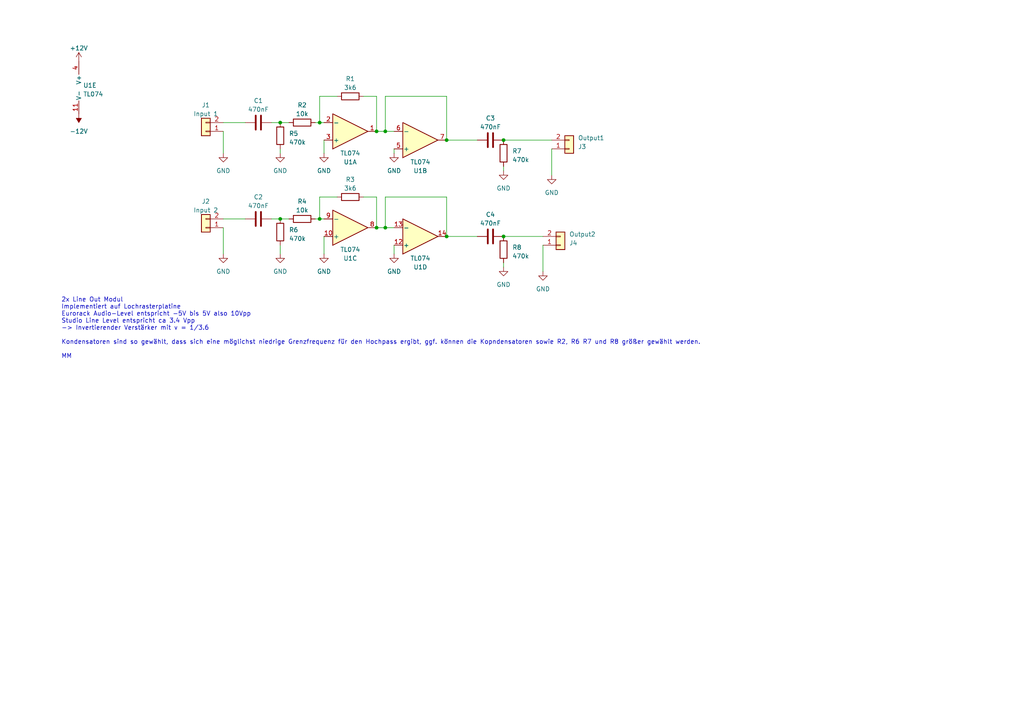
<source format=kicad_sch>
(kicad_sch (version 20230121) (generator eeschema)
  (paper "A4")
  (lib_symbols
    (symbol "Amplifier_Operational:TL074" (pin_names (offset 0.127))
      (property "Reference" "U" (at 0 5.08 0))
      (property "Value" "TL074" (at 0 -5.08 0))
      (symbol "TL074_1_1"
        (polyline (pts (xy -5.08 5.08) (xy 5.08 0) (xy -5.08 -5.08) (xy -5.08 5.08)) (stroke (width 0.254)) (fill (type background)))
        (pin output line (at 7.62 0 180) (length 2.54) (name "~") (number "1"))
        (pin input line (at -7.62 -2.54 0) (length 2.54) (name "-") (number "2"))
        (pin input line (at -7.62 2.54 0) (length 2.54) (name "+") (number "3"))
      )
      (symbol "TL074_2_1"
        (polyline (pts (xy -5.08 5.08) (xy 5.08 0) (xy -5.08 -5.08) (xy -5.08 5.08)) (stroke (width 0.254)) (fill (type background)))
        (pin input line (at -7.62 2.54 0) (length 2.54) (name "+") (number "5"))
        (pin input line (at -7.62 -2.54 0) (length 2.54) (name "-") (number "6"))
        (pin output line (at 7.62 0 180) (length 2.54) (name "~") (number "7"))
      )
      (symbol "TL074_3_1"
        (polyline (pts (xy -5.08 5.08) (xy 5.08 0) (xy -5.08 -5.08) (xy -5.08 5.08)) (stroke (width 0.254)) (fill (type background)))
        (pin input line (at -7.62 2.54 0) (length 2.54) (name "+") (number "10"))
        (pin output line (at 7.62 0 180) (length 2.54) (name "~") (number "8"))
        (pin input line (at -7.62 -2.54 0) (length 2.54) (name "-") (number "9"))
      )
      (symbol "TL074_4_1"
        (polyline (pts (xy -5.08 5.08) (xy 5.08 0) (xy -5.08 -5.08) (xy -5.08 5.08)) (stroke (width 0.254)) (fill (type background)))
        (pin input line (at -7.62 2.54 0) (length 2.54) (name "+") (number "12"))
        (pin input line (at -7.62 -2.54 0) (length 2.54) (name "-") (number "13"))
        (pin output line (at 7.62 0 180) (length 2.54) (name "~") (number "14"))
      )
      (symbol "TL074_5_1"
        (pin power_in line (at -2.54 -7.62 90) (length 3.81) (name "V-") (number "11"))
        (pin power_in line (at -2.54 7.62 270) (length 3.81) (name "V+") (number "4"))
      )
    )
    (symbol "Connector_Generic:Conn_01x02" (pin_names (offset 1.016) hide)
      (property "Reference" "J" (at 0 2.54 0))
      (property "Value" "Conn_01x02" (at 0 -5.08 0))
      (symbol "Conn_01x02_1_1"
        (rectangle (start -1.27 -2.413) (end 0 -2.667) (stroke (width 0.1524)))
        (rectangle (start -1.27 0.127) (end 0 -0.127) (stroke (width 0.1524)))
        (rectangle (start -1.27 1.27) (end 1.27 -3.81) (stroke (width 0.254)) (fill (type background)))
        (pin passive line (at -5.08 0 0) (length 3.81) (name "Pin_1") (number "1"))
        (pin passive line (at -5.08 -2.54 0) (length 3.81) (name "Pin_2") (number "2"))
      )
    )
    (symbol "Device:C" (pin_numbers hide) (pin_names (offset 0.254))
      (property "Reference" "C" (at 0.635 2.54 0))
      (property "Value" "C" (at 0.635 -2.54 0))
      (symbol "C_0_1"
        (polyline (pts (xy -2.032 -0.762) (xy 2.032 -0.762)) (stroke (width 0.508)))
        (polyline (pts (xy -2.032 0.762) (xy 2.032 0.762)) (stroke (width 0.508)))
      )
      (symbol "C_1_1"
        (pin passive line (at 0 3.81 270) (length 2.794) (name "~") (number "1"))
        (pin passive line (at 0 -3.81 90) (length 2.794) (name "~") (number "2"))
      )
    )
    (symbol "Device:R" (pin_numbers hide) (pin_names (offset 0))
      (property "Reference" "R" (at 2.032 0 90))
      (property "Value" "R" (at 0 0 90))
      (symbol "R_0_1"
        (rectangle (start -1.016 -2.54) (end 1.016 2.54) (stroke (width 0.254)))
      )
      (symbol "R_1_1"
        (pin passive line (at 0 3.81 270) (length 1.27) (name "~") (number "1"))
        (pin passive line (at 0 -3.81 90) (length 1.27) (name "~") (number "2"))
      )
    )
    (symbol "power:+12V" (power) (pin_names (offset 0))
      (property "Value" "+12V" (at 0 3.556 0))
      (symbol "+12V_0_1"
        (polyline (pts (xy -0.762 1.27) (xy 0 2.54)))
        (polyline (pts (xy 0 0) (xy 0 2.54)))
        (polyline (pts (xy 0 2.54) (xy 0.762 1.27)))
      )
      (symbol "+12V_1_1"
        (pin power_in line (at 0 0 90) (length 0) hide (name "+12V") (number "1"))
      )
    )
    (symbol "power:-12V" (power) (pin_names (offset 0))
      (property "Value" "-12V" (at 0 3.81 0))
      (symbol "-12V_0_0"
        (pin power_in line (at 0 0 90) (length 0) hide (name "-12V") (number "1"))
      )
      (symbol "-12V_0_1"
        (polyline (pts (xy 0 0) (xy 0 1.27) (xy 0.762 1.27) (xy 0 2.54) (xy -0.762 1.27) (xy 0 1.27)) (fill (type outline)))
      )
    )
    (symbol "power:GND" (power) (pin_names (offset 0))
      (property "Value" "GND" (at 0 -3.81 0))
      (symbol "GND_0_1"
        (polyline (pts (xy 0 0) (xy 0 -1.27) (xy 1.27 -1.27) (xy 0 -2.54) (xy -1.27 -1.27) (xy 0 -1.27)))
      )
      (symbol "GND_1_1"
        (pin power_in line (at 0 0 270) (length 0) hide (name "GND") (number "1"))
      )
    )
  )
  (junction (at 81.28 63.5))
  (junction (at 146.05 40.64))
  (junction (at 129.54 40.64))
  (junction (at 111.76 66.04))
  (junction (at 109.22 38.1))
  (junction (at 109.22 66.04))
  (junction (at 92.71 63.5))
  (junction (at 111.76 38.1))
  (junction (at 129.54 68.58))
  (junction (at 81.28 35.56))
  (junction (at 92.71 35.56))
  (junction (at 146.05 68.58))
  (wire (pts (xy 92.71 63.5) (xy 93.98 63.5)))
  (wire (pts (xy 146.05 76.2) (xy 146.05 77.47)))
  (wire (pts (xy 93.98 68.58) (xy 93.98 73.66)))
  (wire (pts (xy 109.22 57.15) (xy 109.22 66.04)))
  (wire (pts (xy 64.77 66.04) (xy 64.77 73.66)))
  (wire (pts (xy 111.76 66.04) (xy 111.76 57.15)))
  (wire (pts (xy 129.54 40.64) (xy 138.43 40.64)))
  (wire (pts (xy 111.76 38.1) (xy 114.3 38.1)))
  (wire (pts (xy 109.22 66.04) (xy 111.76 66.04)))
  (wire (pts (xy 146.05 40.64) (xy 160.02 40.64)))
  (wire (pts (xy 111.76 38.1) (xy 111.76 27.94)))
  (wire (pts (xy 114.3 71.12) (xy 114.3 73.66)))
  (wire (pts (xy 91.44 35.56) (xy 92.71 35.56)))
  (wire (pts (xy 81.28 43.18) (xy 81.28 44.45)))
  (wire (pts (xy 92.71 57.15) (xy 92.71 63.5)))
  (wire (pts (xy 64.77 63.5) (xy 71.12 63.5)))
  (wire (pts (xy 92.71 63.5) (xy 91.44 63.5)))
  (wire (pts (xy 146.05 68.58) (xy 157.48 68.58)))
  (wire (pts (xy 78.74 63.5) (xy 81.28 63.5)))
  (wire (pts (xy 78.74 35.56) (xy 81.28 35.56)))
  (wire (pts (xy 92.71 35.56) (xy 93.98 35.56)))
  (wire (pts (xy 129.54 57.15) (xy 129.54 68.58)))
  (wire (pts (xy 111.76 57.15) (xy 129.54 57.15)))
  (wire (pts (xy 109.22 38.1) (xy 111.76 38.1)))
  (wire (pts (xy 64.77 38.1) (xy 64.77 44.45)))
  (wire (pts (xy 92.71 27.94) (xy 92.71 35.56)))
  (wire (pts (xy 105.41 57.15) (xy 109.22 57.15)))
  (wire (pts (xy 81.28 35.56) (xy 83.82 35.56)))
  (wire (pts (xy 97.79 57.15) (xy 92.71 57.15)))
  (wire (pts (xy 81.28 63.5) (xy 83.82 63.5)))
  (wire (pts (xy 93.98 40.64) (xy 93.98 44.45)))
  (wire (pts (xy 111.76 27.94) (xy 129.54 27.94)))
  (wire (pts (xy 97.79 27.94) (xy 92.71 27.94)))
  (wire (pts (xy 160.02 43.18) (xy 160.02 50.8)))
  (wire (pts (xy 81.28 71.12) (xy 81.28 73.66)))
  (wire (pts (xy 157.48 71.12) (xy 157.48 78.74)))
  (wire (pts (xy 109.22 27.94) (xy 109.22 38.1)))
  (wire (pts (xy 146.05 48.26) (xy 146.05 49.53)))
  (wire (pts (xy 105.41 27.94) (xy 109.22 27.94)))
  (wire (pts (xy 129.54 68.58) (xy 138.43 68.58)))
  (wire (pts (xy 129.54 27.94) (xy 129.54 40.64)))
  (wire (pts (xy 114.3 43.18) (xy 114.3 44.45)))
  (wire (pts (xy 111.76 66.04) (xy 114.3 66.04)))
  (wire (pts (xy 64.77 35.56) (xy 71.12 35.56)))
  (text "2x Line Out Modul\nImplementiert auf Lochrasterplatine\nEurorack Audio-Level entspricht -5V bis 5V also 10Vpp\nStudio Line Level entspricht ca 3.4 Vpp\n-> Invertierender Verstärker mit v = 1/3.6\n\nKondensatoren sind so gewählt, dass sich eine möglichst niedrige Grenzfrequenz für den Hochpass ergibt, ggf. können die Kopndensatoren sowie R2, R6 R7 und R8 größer gewählt werden.\n\nMM " (at 17.78 104.14 0) (effects (font (size 1.27 1.27)) (justify left bottom)))
  (symbol (lib_id "Amplifier_Operational:TL074") (at 121.92 40.64 0) (mirror x) (unit 2)
    (property "Reference" "U1" (at 121.92 49.53 0))
    (property "Value" "TL074" (at 121.92 46.99 0))
    (property "Datasheet" "http://www.ti.com/lit/ds/symlink/tl071.pdf" (effects hide))
  )
  (symbol (lib_id "Device:R") (at 87.63 35.56 270) (unit 1)
    (property "Reference" "R2" (at 87.63 30.48 90))
    (property "Value" "10k" (at 87.63 33.02 90))
  )
  (symbol (lib_id "power:GND") (at 93.98 44.45 0) (unit 1)
    (property "Reference" "#PWR02" (effects hide))
    (property "Value" "GND" (at 93.98 49.53 0))
  )
  (symbol (lib_id "Device:C") (at 142.24 40.64 90) (unit 1)
    (property "Reference" "C3" (at 142.24 34.29 90))
    (property "Value" "470nF" (at 142.24 36.83 90))
  )
  (symbol (lib_id "Device:C") (at 74.93 63.5 90) (unit 1)
    (property "Reference" "C2" (at 74.93 57.15 90))
    (property "Value" "470nF" (at 74.93 59.69 90))
  )
  (symbol (lib_id "Device:C") (at 142.24 68.58 90) (unit 1)
    (property "Reference" "C4" (at 142.24 62.23 90))
    (property "Value" "470nF" (at 142.24 64.77 90))
  )
  (symbol (lib_id "power:GND") (at 81.28 73.66 0) (unit 1)
    (property "Reference" "#PWR06" (effects hide))
    (property "Value" "GND" (at 81.28 78.74 0))
  )
  (symbol (lib_id "power:-12V") (at 22.86 33.02 180) (unit 1)
    (property "Reference" "#PWR010" (effects hide))
    (property "Value" "-12V" (at 22.86 38.1 0))
  )
  (symbol (lib_id "power:GND") (at 93.98 73.66 0) (unit 1)
    (property "Reference" "#PWR03" (effects hide))
    (property "Value" "GND" (at 93.98 78.74 0))
  )
  (symbol (lib_id "power:GND") (at 64.77 73.66 0) (unit 1)
    (property "Reference" "#PWR07" (effects hide))
    (property "Value" "GND" (at 64.77 78.74 0))
  )
  (symbol (lib_id "power:GND") (at 114.3 44.45 0) (unit 1)
    (property "Reference" "#PWR01" (effects hide))
    (property "Value" "GND" (at 114.3 49.53 0))
  )
  (symbol (lib_id "power:GND") (at 114.3 73.66 0) (mirror y) (unit 1)
    (property "Reference" "#PWR04" (effects hide))
    (property "Value" "GND" (at 114.3 78.74 0))
  )
  (symbol (lib_id "power:GND") (at 81.28 44.45 0) (unit 1)
    (property "Reference" "#PWR05" (effects hide))
    (property "Value" "GND" (at 81.28 49.53 0))
  )
  (symbol (lib_id "Device:R") (at 81.28 39.37 0) (unit 1)
    (property "Reference" "R5" (at 83.82 38.735 0) (effects (justify left)))
    (property "Value" "470k" (at 83.82 41.275 0) (effects (justify left)))
  )
  (symbol (lib_id "Amplifier_Operational:TL074") (at 121.92 68.58 0) (mirror x) (unit 4)
    (property "Reference" "U1" (at 121.92 77.47 0))
    (property "Value" "TL074" (at 121.92 74.93 0))
    (property "Datasheet" "http://www.ti.com/lit/ds/symlink/tl071.pdf" (effects hide))
  )
  (symbol (lib_id "Device:R") (at 101.6 57.15 270) (unit 1)
    (property "Reference" "R3" (at 101.6 52.07 90))
    (property "Value" "3k6" (at 101.6 54.61 90))
  )
  (symbol (lib_id "power:GND") (at 146.05 49.53 0) (unit 1)
    (property "Reference" "#PWR011" (effects hide))
    (property "Value" "GND" (at 146.05 54.61 0))
  )
  (symbol (lib_id "Device:R") (at 101.6 27.94 270) (unit 1)
    (property "Reference" "R1" (at 101.6 22.86 90))
    (property "Value" "3k6" (at 101.6 25.4 90))
  )
  (symbol (lib_id "Connector_Generic:Conn_01x02") (at 59.69 66.04 180) (unit 1)
    (property "Reference" "J2" (at 59.69 58.42 0))
    (property "Value" "Input 2" (at 59.69 60.96 0))
  )
  (symbol (lib_id "power:GND") (at 157.48 78.74 0) (unit 1)
    (property "Reference" "#PWR013" (effects hide))
    (property "Value" "GND" (at 157.48 83.82 0))
  )
  (symbol (lib_id "Device:R") (at 146.05 72.39 0) (unit 1)
    (property "Reference" "R8" (at 148.59 71.755 0) (effects (justify left)))
    (property "Value" "470k" (at 148.59 74.295 0) (effects (justify left)))
  )
  (symbol (lib_id "Connector_Generic:Conn_01x02") (at 59.69 38.1 180) (unit 1)
    (property "Reference" "J1" (at 59.69 30.48 0))
    (property "Value" "Input 1" (at 59.69 33.02 0))
  )
  (symbol (lib_id "power:GND") (at 160.02 50.8 0) (unit 1)
    (property "Reference" "#PWR014" (effects hide))
    (property "Value" "GND" (at 160.02 55.88 0))
  )
  (symbol (lib_id "Device:R") (at 146.05 44.45 0) (unit 1)
    (property "Reference" "R7" (at 148.59 43.815 0) (effects (justify left)))
    (property "Value" "470k" (at 148.59 46.355 0) (effects (justify left)))
  )
  (symbol (lib_id "power:GND") (at 146.05 77.47 0) (unit 1)
    (property "Reference" "#PWR012" (effects hide))
    (property "Value" "GND" (at 146.05 82.55 0))
  )
  (symbol (lib_id "Device:R") (at 81.28 67.31 0) (unit 1)
    (property "Reference" "R6" (at 83.82 66.675 0) (effects (justify left)))
    (property "Value" "470k" (at 83.82 69.215 0) (effects (justify left)))
  )
  (symbol (lib_id "power:+12V") (at 22.86 17.78 0) (unit 1)
    (property "Reference" "#PWR09" (effects hide))
    (property "Value" "+12V" (at 22.86 13.97 0))
  )
  (symbol (lib_id "Amplifier_Operational:TL074") (at 101.6 66.04 0) (mirror x) (unit 3)
    (property "Reference" "U1" (at 101.6 74.93 0))
    (property "Value" "TL074" (at 101.6 72.39 0))
    (property "Datasheet" "http://www.ti.com/lit/ds/symlink/tl071.pdf" (effects hide))
  )
  (symbol (lib_id "Connector_Generic:Conn_01x02") (at 165.1 43.18 0) (mirror x) (unit 1)
    (property "Reference" "J3" (at 167.64 42.545 0) (effects (justify left)))
    (property "Value" "Output1" (at 167.64 40.005 0) (effects (justify left)))
  )
  (symbol (lib_id "Device:R") (at 87.63 63.5 270) (unit 1)
    (property "Reference" "R4" (at 87.63 58.42 90))
    (property "Value" "10k" (at 87.63 60.96 90))
  )
  (symbol (lib_id "power:GND") (at 64.77 44.45 0) (unit 1)
    (property "Reference" "#PWR08" (effects hide))
    (property "Value" "GND" (at 64.77 49.53 0))
  )
  (symbol (lib_id "Amplifier_Operational:TL074") (at 25.4 25.4 0) (unit 5)
    (property "Reference" "U1" (at 24.13 24.765 0) (effects (justify left)))
    (property "Value" "TL074" (at 24.13 27.305 0) (effects (justify left)))
    (property "Datasheet" "http://www.ti.com/lit/ds/symlink/tl071.pdf" (effects hide))
  )
  (symbol (lib_id "Amplifier_Operational:TL074") (at 101.6 38.1 0) (mirror x) (unit 1)
    (property "Reference" "U1" (at 101.6 46.99 0))
    (property "Value" "TL074" (at 101.6 44.45 0))
    (property "Datasheet" "http://www.ti.com/lit/ds/symlink/tl071.pdf" (effects hide))
  )
  (symbol (lib_id "Connector_Generic:Conn_01x02") (at 162.56 71.12 0) (mirror x) (unit 1)
    (property "Reference" "J4" (at 165.1 70.485 0) (effects (justify left)))
    (property "Value" "Output2" (at 165.1 67.945 0) (effects (justify left)))
  )
  (symbol (lib_id "Device:C") (at 74.93 35.56 90) (unit 1)
    (property "Reference" "C1" (at 74.93 29.21 90))
    (property "Value" "470nF" (at 74.93 31.75 90))
  )
)
</source>
